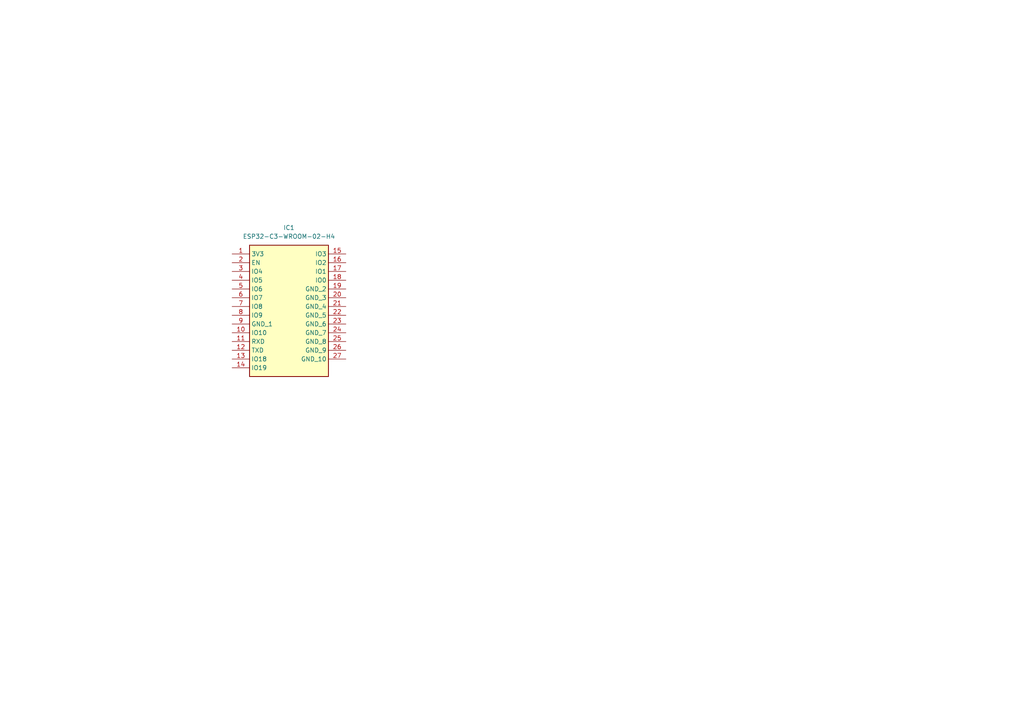
<source format=kicad_sch>
(kicad_sch (version 20230121) (generator eeschema)
  (paper "A4")
  (lib_symbols
    (symbol "metro_map_custom:ESP32-C3-WROOM-02-H4"
      (property "Reference" "IC" (at 29.21 7.62 0))
      (property "Value" "ESP32-C3-WROOM-02-H4" (at 29.21 5.08 0))
      (symbol "ESP32-C3-WROOM-02-H4_1_1"
        (rectangle (start 5.08 2.54) (end 27.94 -35.56) (stroke (width 0.254)) (fill (type background)))
        (pin passive line (at 0 0 0) (length 5.08) (name "3V3") (number "1"))
        (pin passive line (at 0 -22.86 0) (length 5.08) (name "IO10") (number "10"))
        (pin passive line (at 0 -25.4 0) (length 5.08) (name "RXD") (number "11"))
        (pin passive line (at 0 -27.94 0) (length 5.08) (name "TXD") (number "12"))
        (pin passive line (at 0 -30.48 0) (length 5.08) (name "IO18") (number "13"))
        (pin passive line (at 0 -33.02 0) (length 5.08) (name "IO19") (number "14"))
        (pin passive line (at 33.02 0 180) (length 5.08) (name "IO3") (number "15"))
        (pin passive line (at 33.02 -2.54 180) (length 5.08) (name "IO2") (number "16"))
        (pin passive line (at 33.02 -5.08 180) (length 5.08) (name "IO1") (number "17"))
        (pin passive line (at 33.02 -7.62 180) (length 5.08) (name "IO0") (number "18"))
        (pin passive line (at 33.02 -10.16 180) (length 5.08) (name "GND_2") (number "19"))
        (pin passive line (at 0 -2.54 0) (length 5.08) (name "EN") (number "2"))
        (pin passive line (at 33.02 -12.7 180) (length 5.08) (name "GND_3") (number "20"))
        (pin passive line (at 33.02 -15.24 180) (length 5.08) (name "GND_4") (number "21"))
        (pin passive line (at 33.02 -17.78 180) (length 5.08) (name "GND_5") (number "22"))
        (pin passive line (at 33.02 -20.32 180) (length 5.08) (name "GND_6") (number "23"))
        (pin passive line (at 33.02 -22.86 180) (length 5.08) (name "GND_7") (number "24"))
        (pin passive line (at 33.02 -25.4 180) (length 5.08) (name "GND_8") (number "25"))
        (pin passive line (at 33.02 -27.94 180) (length 5.08) (name "GND_9") (number "26"))
        (pin passive line (at 33.02 -30.48 180) (length 5.08) (name "GND_10") (number "27"))
        (pin passive line (at 0 -5.08 0) (length 5.08) (name "IO4") (number "3"))
        (pin passive line (at 0 -7.62 0) (length 5.08) (name "IO5") (number "4"))
        (pin passive line (at 0 -10.16 0) (length 5.08) (name "IO6") (number "5"))
        (pin passive line (at 0 -12.7 0) (length 5.08) (name "IO7") (number "6"))
        (pin passive line (at 0 -15.24 0) (length 5.08) (name "IO8") (number "7"))
        (pin passive line (at 0 -17.78 0) (length 5.08) (name "IO9") (number "8"))
        (pin passive line (at 0 -20.32 0) (length 5.08) (name "GND_1") (number "9"))
      )
    )
  )
  (symbol (lib_id "metro_map_custom:ESP32-C3-WROOM-02-H4") (at 67.31 73.66 0) (unit 1)
    (property "Reference" "IC1" (at 83.82 66.04 0))
    (property "Value" "ESP32-C3-WROOM-02-H4" (at 83.82 68.58 0))
    (property "Footprint" "ESP32C3WROOM02H4" (effects hide))
    (property "Datasheet" "https://www.mouser.in/datasheet/2/891/Espressif_Systems_04082021_ESP32_C3_WROOM_02-2295851.pdf" (effects hide))
    (property "Height" "3.35" (effects hide))
    (property "Manufacturer_Name" "Espressif Systems" (effects hide))
    (property "Manufacturer_Part_Number" "ESP32-C3-WROOM-02-H4" (effects hide))
    (property "Mouser Part Number" "356-ESP32C3WROOM02H4" (effects hide))
    (property "Mouser Price/Stock" "https://www.mouser.co.uk/ProductDetail/Espressif-Systems/ESP32-C3-WROOM-02-H4?qs=stqOd1AaK79%2FSA14oWtR%252Bw%3D%3D" (effects hide))
  )
)
</source>
